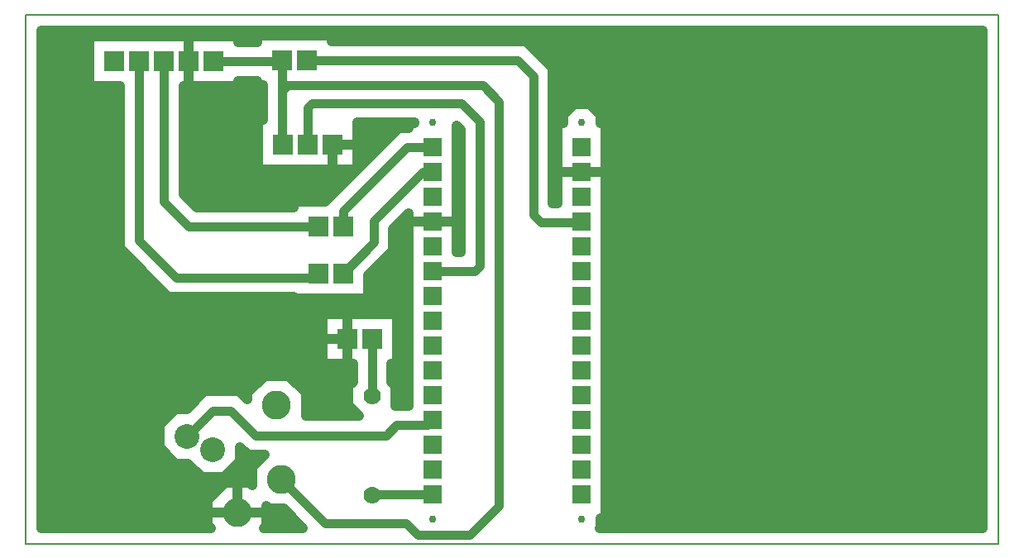
<source format=gbr>
G04 PROTEUS GERBER X2 FILE*
%TF.GenerationSoftware,Labcenter,Proteus,8.9-SP0-Build27865*%
%TF.CreationDate,2021-05-25T10:58:27+00:00*%
%TF.FileFunction,Copper,L2,Bot*%
%TF.FilePolarity,Positive*%
%TF.Part,Single*%
%TF.SameCoordinates,{7e8d9f27-8a4e-4830-a77b-d38f9a277b4e}*%
%FSLAX45Y45*%
%MOMM*%
G01*
%TA.AperFunction,Conductor*%
%ADD17C,0.889000*%
%ADD18C,1.016000*%
%TA.AperFunction,ComponentPad*%
%ADD10R,1.905000X1.905000*%
%ADD11C,0.762000*%
%TA.AperFunction,ComponentPad*%
%ADD12C,2.960000*%
%ADD13C,2.540000*%
%TA.AperFunction,ComponentPad*%
%ADD14R,2.032000X2.032000*%
%ADD15C,1.778000*%
%TA.AperFunction,Profile*%
%ADD16C,0.203200*%
%TD.AperFunction*%
G36*
X+9827440Y-5647440D02*
X+5905966Y-5647440D01*
X+5914499Y-5638907D01*
X+5914499Y-5553649D01*
X+5971649Y-5553649D01*
X+5971649Y-1502351D01*
X+5914499Y-1502351D01*
X+5914499Y-1417093D01*
X+5802907Y-1305501D01*
X+5645093Y-1305501D01*
X+5533501Y-1417093D01*
X+5533501Y-1502351D01*
X+5476351Y-1502351D01*
X+5476351Y-2324029D01*
X+5426849Y-2324029D01*
X+5426849Y-938463D01*
X+5151537Y-663151D01*
X+3167999Y-663151D01*
X+3167999Y-606001D01*
X+2406001Y-606001D01*
X+2406001Y-673151D01*
X+2211999Y-673151D01*
X+2211999Y-616001D01*
X+688001Y-616001D01*
X+688001Y-1123999D01*
X+999151Y-1123999D01*
X+999151Y-2784995D01*
X+1492933Y-3278777D01*
X+2772001Y-3278777D01*
X+2772001Y-3293999D01*
X+3533999Y-3293999D01*
X+3533999Y-3064387D01*
X+3793364Y-2805022D01*
X+3793364Y-2583025D01*
X+3952351Y-2424038D01*
X+3952351Y-4399727D01*
X+3815521Y-4399727D01*
X+3821299Y-4393949D01*
X+3821299Y-4194051D01*
X+3776849Y-4149601D01*
X+3776849Y-3963999D01*
X+3833999Y-3963999D01*
X+3833999Y-3456001D01*
X+3072001Y-3456001D01*
X+3072001Y-3963999D01*
X+3383151Y-3963999D01*
X+3383151Y-4149601D01*
X+3338701Y-4194051D01*
X+3338701Y-4393949D01*
X+3447903Y-4503151D01*
X+2900399Y-4503151D01*
X+2900399Y-4265571D01*
X+2724429Y-4089601D01*
X+2475571Y-4089601D01*
X+2299601Y-4265571D01*
X+2299601Y-4331215D01*
X+2217898Y-4249512D01*
X+1862102Y-4249512D01*
X+1681013Y-4430601D01*
X+1564269Y-4430601D01*
X+1400601Y-4594269D01*
X+1400601Y-4825731D01*
X+1564269Y-4989399D01*
X+1694269Y-4989399D01*
X+1834269Y-5129399D01*
X+2065731Y-5129399D01*
X+2229399Y-4965731D01*
X+2229399Y-4817785D01*
X+2308463Y-4896849D01*
X+2478323Y-4896849D01*
X+2349601Y-5025571D01*
X+2349601Y-5214773D01*
X+2324429Y-5189601D01*
X+2075571Y-5189601D01*
X+1899601Y-5365571D01*
X+1899601Y-5614429D01*
X+1932612Y-5647440D01*
X+192560Y-5647440D01*
X+192560Y-552560D01*
X+9827440Y-552560D01*
X+9827440Y-5647440D01*
G37*
G36*
X+2525571Y-5450399D02*
X+2672013Y-5450399D01*
X+2869054Y-5647440D01*
X+2467388Y-5647440D01*
X+2500399Y-5614429D01*
X+2500399Y-5425227D01*
X+2525571Y-5450399D01*
G37*
G36*
X+2406001Y-1113999D02*
X+2463151Y-1113999D01*
X+2463151Y-1466001D01*
X+2412001Y-1466001D01*
X+2412001Y-1973999D01*
X+3427999Y-1973999D01*
X+3427999Y-1495522D01*
X+4009501Y-1495522D01*
X+4009501Y-1502351D01*
X+3952351Y-1502351D01*
X+3952351Y-1553151D01*
X+3852753Y-1553151D01*
X+3099903Y-2306001D01*
X+2772001Y-2306001D01*
X+2772001Y-2363151D01*
X+1781537Y-2363151D01*
X+1646849Y-2228463D01*
X+1646849Y-1123999D01*
X+2211999Y-1123999D01*
X+2211999Y-1066849D01*
X+2406001Y-1066849D01*
X+2406001Y-1113999D01*
G37*
G36*
X+4487237Y-1571393D02*
X+4487237Y-2823151D01*
X+4447649Y-2823151D01*
X+4447649Y-1531805D01*
X+4487237Y-1571393D01*
G37*
D17*
X+3580000Y-3710000D02*
X+3580000Y-4294000D01*
X+3580000Y-5310000D02*
X+3584000Y-5306000D01*
X+4200000Y-5306000D01*
X+1680000Y-4710000D02*
X+1943639Y-4446361D01*
X+1946076Y-4446361D01*
X+2136361Y-4446361D01*
X+2390000Y-4700000D01*
X+3720340Y-4700000D01*
X+3823764Y-4596576D01*
X+4147424Y-4596576D01*
X+4200000Y-4544000D01*
X+2914000Y-860000D02*
X+5070000Y-860000D01*
X+5230000Y-1020000D01*
X+5230000Y-2445448D01*
X+5305430Y-2520878D01*
X+5715122Y-2520878D01*
X+5724000Y-2512000D01*
X+2920000Y-1720000D02*
X+2920000Y-1342114D01*
X+2963441Y-1298673D01*
X+4492903Y-1298673D01*
X+4684086Y-1489856D01*
X+4684086Y-2964694D01*
X+4636290Y-3012490D01*
X+4628780Y-3020000D01*
X+4200000Y-3020000D01*
X+1958000Y-870000D02*
X+2650000Y-870000D01*
X+2660000Y-860000D01*
X+1450000Y-870000D02*
X+1450000Y-2310000D01*
X+1700000Y-2560000D01*
X+3026000Y-2560000D01*
X+1196000Y-870000D02*
X+1196000Y-2703458D01*
X+1574470Y-3081928D01*
X+2984072Y-3081928D01*
X+3026000Y-3040000D01*
X+3280000Y-2560000D02*
X+3280000Y-2404290D01*
X+3846667Y-1837623D01*
X+3934290Y-1750000D01*
X+4200000Y-1750000D01*
X+3280000Y-3040000D02*
X+3596516Y-2723484D01*
X+3596516Y-2501487D01*
X+4094003Y-2004000D01*
X+4200000Y-2004000D01*
X+2660000Y-860000D02*
X+2660000Y-1173760D01*
X+2660000Y-1714000D01*
X+2666000Y-1720000D01*
X+3550000Y-5599516D02*
X+3654243Y-5599516D01*
X+3924490Y-5599516D01*
X+4042324Y-5717350D01*
X+4106440Y-5717350D01*
X+4199980Y-5717350D01*
X+4200000Y-5717370D01*
X+2650000Y-5150000D02*
X+3099516Y-5599516D01*
X+3550000Y-5599516D01*
X+4106440Y-5717350D02*
X+4106440Y-5717370D01*
X+4200000Y-5717370D01*
X+4580000Y-5717370D02*
X+4876136Y-5421234D01*
X+4876136Y-5212728D01*
X+4200000Y-5717370D02*
X+4580000Y-5717370D01*
X+4876136Y-5212728D02*
X+4876136Y-1279594D01*
X+4712575Y-1116033D01*
X+2717727Y-1116033D01*
X+2660000Y-1173760D01*
D18*
X+9827440Y-5647440D02*
X+5905966Y-5647440D01*
X+5914499Y-5638907D01*
X+5914499Y-5553649D01*
X+5971649Y-5553649D01*
X+5971649Y-1502351D01*
X+5914499Y-1502351D01*
X+5914499Y-1417093D01*
X+5802907Y-1305501D01*
X+5645093Y-1305501D01*
X+5533501Y-1417093D01*
X+5533501Y-1502351D01*
X+5476351Y-1502351D01*
X+5476351Y-2324029D01*
X+5426849Y-2324029D01*
X+5426849Y-938463D01*
X+5151537Y-663151D01*
X+3167999Y-663151D01*
X+3167999Y-606001D01*
X+2406001Y-606001D01*
X+2406001Y-673151D01*
X+2211999Y-673151D01*
X+2211999Y-616001D01*
X+688001Y-616001D01*
X+688001Y-1123999D01*
X+999151Y-1123999D01*
X+999151Y-2784995D01*
X+1492933Y-3278777D01*
X+2772001Y-3278777D01*
X+2772001Y-3293999D01*
X+3533999Y-3293999D01*
X+3533999Y-3064387D01*
X+3793364Y-2805022D01*
X+3793364Y-2583025D01*
X+3952351Y-2424038D01*
X+3952351Y-4399727D01*
X+3815521Y-4399727D01*
X+3821299Y-4393949D01*
X+3821299Y-4194051D01*
X+3776849Y-4149601D01*
X+3776849Y-3963999D01*
X+3833999Y-3963999D01*
X+3833999Y-3456001D01*
X+3072001Y-3456001D01*
X+3072001Y-3963999D01*
X+3383151Y-3963999D01*
X+3383151Y-4149601D01*
X+3338701Y-4194051D01*
X+3338701Y-4393949D01*
X+3447903Y-4503151D01*
X+2900399Y-4503151D01*
X+2900399Y-4265571D01*
X+2724429Y-4089601D01*
X+2475571Y-4089601D01*
X+2299601Y-4265571D01*
X+2299601Y-4331215D01*
X+2217898Y-4249512D01*
X+1862102Y-4249512D01*
X+1681013Y-4430601D01*
X+1564269Y-4430601D01*
X+1400601Y-4594269D01*
X+1400601Y-4825731D01*
X+1564269Y-4989399D01*
X+1694269Y-4989399D01*
X+1834269Y-5129399D01*
X+2065731Y-5129399D01*
X+2229399Y-4965731D01*
X+2229399Y-4817785D01*
X+2308463Y-4896849D01*
X+2478323Y-4896849D01*
X+2349601Y-5025571D01*
X+2349601Y-5214773D01*
X+2324429Y-5189601D01*
X+2075571Y-5189601D01*
X+1899601Y-5365571D01*
X+1899601Y-5614429D01*
X+1932612Y-5647440D01*
X+192560Y-5647440D01*
X+192560Y-552560D01*
X+9827440Y-552560D01*
X+9827440Y-5647440D01*
X+2525571Y-5450399D02*
X+2672013Y-5450399D01*
X+2869054Y-5647440D01*
X+2467388Y-5647440D01*
X+2500399Y-5614429D01*
X+2500399Y-5425227D01*
X+2525571Y-5450399D01*
X+2406001Y-1113999D02*
X+2463151Y-1113999D01*
X+2463151Y-1466001D01*
X+2412001Y-1466001D01*
X+2412001Y-1973999D01*
X+3427999Y-1973999D01*
X+3427999Y-1495522D01*
X+4009501Y-1495522D01*
X+4009501Y-1502351D01*
X+3952351Y-1502351D01*
X+3952351Y-1553151D01*
X+3852753Y-1553151D01*
X+3099903Y-2306001D01*
X+2772001Y-2306001D01*
X+2772001Y-2363151D01*
X+1781537Y-2363151D01*
X+1646849Y-2228463D01*
X+1646849Y-1123999D01*
X+2211999Y-1123999D01*
X+2211999Y-1066849D01*
X+2406001Y-1066849D01*
X+2406001Y-1113999D01*
X+4487237Y-1571393D02*
X+4487237Y-2823151D01*
X+4447649Y-2823151D01*
X+4447649Y-1531805D01*
X+4487237Y-1571393D01*
X+3952351Y-2512000D02*
X+4200000Y-2512000D01*
X+4447649Y-2512000D02*
X+4200000Y-2512000D01*
X+5476351Y-2004000D02*
X+5724000Y-2004000D01*
X+5971649Y-2004000D02*
X+5724000Y-2004000D01*
X+2200000Y-5189601D02*
X+2200000Y-5490000D01*
X+2500399Y-5490000D02*
X+2200000Y-5490000D01*
X+1899601Y-5490000D02*
X+2200000Y-5490000D01*
X+3072001Y-3710000D02*
X+3326000Y-3710000D01*
X+3326000Y-3456001D02*
X+3326000Y-3710000D01*
X+3326000Y-3963999D02*
X+3326000Y-3710000D01*
X+3427999Y-1720000D02*
X+3174000Y-1720000D01*
X+3174000Y-1973999D02*
X+3174000Y-1720000D01*
X+1704000Y-616001D02*
X+1704000Y-870000D01*
X+1704000Y-1123999D02*
X+1704000Y-870000D01*
D10*
X+4200000Y-1750000D03*
X+4200000Y-2004000D03*
X+4200000Y-2258000D03*
X+4200000Y-2512000D03*
X+4200000Y-2766000D03*
X+4200000Y-3020000D03*
X+4200000Y-3274000D03*
X+4200000Y-3528000D03*
X+4200000Y-3782000D03*
X+4200000Y-4036000D03*
X+4200000Y-4290000D03*
X+4200000Y-4544000D03*
X+4200000Y-4798000D03*
X+4200000Y-5052000D03*
X+4200000Y-5306000D03*
X+5724000Y-1750000D03*
X+5724000Y-2004000D03*
X+5724000Y-2258000D03*
X+5724000Y-2512000D03*
X+5724000Y-2766000D03*
X+5724000Y-3020000D03*
X+5724000Y-3274000D03*
X+5724000Y-3528000D03*
X+5724000Y-3782000D03*
X+5724000Y-4036000D03*
X+5724000Y-4290000D03*
X+5724000Y-4544000D03*
X+5724000Y-4798000D03*
X+5724000Y-5052000D03*
X+5724000Y-5306000D03*
D11*
X+4200000Y-1496000D03*
X+4200000Y-5560000D03*
X+5724000Y-5560000D03*
X+5724000Y-1496000D03*
D12*
X+2200000Y-5490000D03*
D13*
X+1680000Y-4710000D03*
X+1950000Y-4850000D03*
D12*
X+2600000Y-4390000D03*
X+2650000Y-5150000D03*
D14*
X+2660000Y-860000D03*
X+2914000Y-860000D03*
D15*
X+3580000Y-5310000D03*
X+3580000Y-4294000D03*
D14*
X+3580000Y-3710000D03*
X+3326000Y-3710000D03*
X+3174000Y-1720000D03*
X+2920000Y-1720000D03*
X+2666000Y-1720000D03*
X+1958000Y-870000D03*
X+1704000Y-870000D03*
X+1450000Y-870000D03*
X+1196000Y-870000D03*
X+942000Y-870000D03*
X+3280000Y-2560000D03*
X+3026000Y-2560000D03*
X+3026000Y-3040000D03*
X+3280000Y-3040000D03*
D16*
X+30000Y-5810000D02*
X+9990000Y-5810000D01*
X+9990000Y-390000D01*
X+30000Y-390000D01*
X+30000Y-5810000D01*
M02*

</source>
